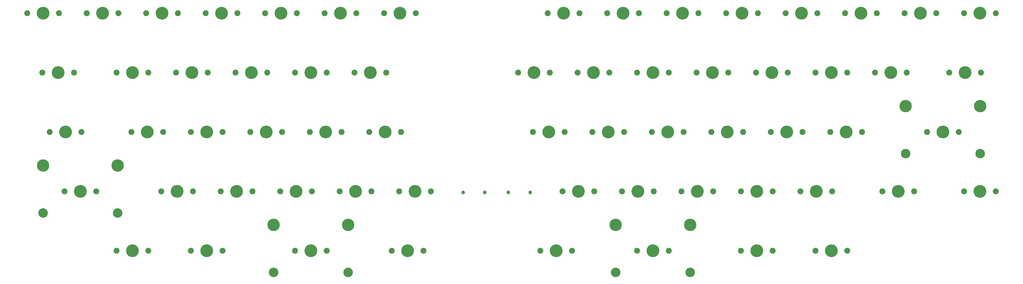
<source format=gbr>
%TF.GenerationSoftware,KiCad,Pcbnew,(5.1.9)-1*%
%TF.CreationDate,2021-02-13T03:00:00+09:00*%
%TF.ProjectId,yuiop63hhs,7975696f-7036-4336-9868-732e6b696361,1*%
%TF.SameCoordinates,Original*%
%TF.FileFunction,Soldermask,Top*%
%TF.FilePolarity,Negative*%
%FSLAX46Y46*%
G04 Gerber Fmt 4.6, Leading zero omitted, Abs format (unit mm)*
G04 Created by KiCad (PCBNEW (5.1.9)-1) date 2021-02-13 03:00:00*
%MOMM*%
%LPD*%
G01*
G04 APERTURE LIST*
%ADD10C,1.200000*%
%ADD11C,3.048000*%
%ADD12C,3.987800*%
%ADD13C,4.100000*%
%ADD14C,1.900000*%
G04 APERTURE END LIST*
D10*
%TO.C,J2*%
X215500000Y-167000000D03*
X208500000Y-167000000D03*
%TD*%
D11*
%TO.C,STB4*%
X359595000Y-154610000D03*
D12*
X359595000Y-139370000D03*
X335719000Y-139370000D03*
D11*
X335719000Y-154610000D03*
%TD*%
%TO.C,STB3*%
X266726000Y-192710000D03*
D12*
X266726000Y-177470000D03*
X242850000Y-177470000D03*
D11*
X242850000Y-192710000D03*
%TD*%
%TO.C,STB1*%
X83369600Y-173660000D03*
D12*
X83369600Y-158420000D03*
X59493600Y-158420000D03*
D11*
X59493600Y-173660000D03*
%TD*%
%TO.C,STB2*%
X133312000Y-192710000D03*
D12*
X133312000Y-177470000D03*
X157188000Y-177470000D03*
D11*
X157188000Y-192710000D03*
%TD*%
D13*
%TO.C,SW63*%
X311938000Y-185725000D03*
D14*
X306858000Y-185725000D03*
X317018000Y-185725000D03*
%TD*%
D13*
%TO.C,SW62*%
X288125000Y-185725000D03*
D14*
X283045000Y-185725000D03*
X293205000Y-185725000D03*
%TD*%
D13*
%TO.C,SW61*%
X254788000Y-185725000D03*
D14*
X249708000Y-185725000D03*
X259868000Y-185725000D03*
%TD*%
D13*
%TO.C,SW60*%
X223831000Y-185725000D03*
D14*
X218751000Y-185725000D03*
X228911000Y-185725000D03*
%TD*%
D13*
%TO.C,SW59*%
X176206000Y-185725000D03*
D14*
X171126000Y-185725000D03*
X181286000Y-185725000D03*
%TD*%
D13*
%TO.C,SW58*%
X145250000Y-185725000D03*
D14*
X140170000Y-185725000D03*
X150330000Y-185725000D03*
%TD*%
D13*
%TO.C,SW57*%
X111912000Y-185725000D03*
D14*
X106832000Y-185725000D03*
X116992000Y-185725000D03*
%TD*%
D13*
%TO.C,SW56*%
X88100000Y-185725000D03*
D14*
X83020000Y-185725000D03*
X93180000Y-185725000D03*
%TD*%
D13*
%TO.C,SW55*%
X359562000Y-166675000D03*
D14*
X354482000Y-166675000D03*
X364642000Y-166675000D03*
%TD*%
D13*
%TO.C,SW54*%
X333369000Y-166675000D03*
D14*
X328289000Y-166675000D03*
X338449000Y-166675000D03*
%TD*%
D13*
%TO.C,SW53*%
X307175000Y-166675000D03*
D14*
X302095000Y-166675000D03*
X312255000Y-166675000D03*
%TD*%
D13*
%TO.C,SW52*%
X288125000Y-166675000D03*
D14*
X283045000Y-166675000D03*
X293205000Y-166675000D03*
%TD*%
D13*
%TO.C,SW51*%
X269075000Y-166675000D03*
D14*
X263995000Y-166675000D03*
X274155000Y-166675000D03*
%TD*%
D13*
%TO.C,SW50*%
X250025000Y-166675000D03*
D14*
X244945000Y-166675000D03*
X255105000Y-166675000D03*
%TD*%
D13*
%TO.C,SW49*%
X230975000Y-166675000D03*
D14*
X225895000Y-166675000D03*
X236055000Y-166675000D03*
%TD*%
D13*
%TO.C,SW48*%
X178588000Y-166675000D03*
D14*
X173508000Y-166675000D03*
X183668000Y-166675000D03*
%TD*%
D13*
%TO.C,SW47*%
X159538000Y-166675000D03*
D14*
X154458000Y-166675000D03*
X164618000Y-166675000D03*
%TD*%
D13*
%TO.C,SW46*%
X140488000Y-166675000D03*
D14*
X135408000Y-166675000D03*
X145568000Y-166675000D03*
%TD*%
D13*
%TO.C,SW45*%
X121438000Y-166675000D03*
D14*
X116358000Y-166675000D03*
X126518000Y-166675000D03*
%TD*%
D13*
%TO.C,SW44*%
X102388000Y-166675000D03*
D14*
X97308000Y-166675000D03*
X107468000Y-166675000D03*
%TD*%
D13*
%TO.C,SW43*%
X71431200Y-166675000D03*
D14*
X66351200Y-166675000D03*
X76511200Y-166675000D03*
%TD*%
D13*
%TO.C,SW42*%
X347656000Y-147625000D03*
D14*
X342576000Y-147625000D03*
X352736000Y-147625000D03*
%TD*%
D13*
%TO.C,SW41*%
X316700000Y-147625000D03*
D14*
X311620000Y-147625000D03*
X321780000Y-147625000D03*
%TD*%
D13*
%TO.C,SW40*%
X297650000Y-147625000D03*
D14*
X292570000Y-147625000D03*
X302730000Y-147625000D03*
%TD*%
D13*
%TO.C,SW39*%
X278600000Y-147625000D03*
D14*
X273520000Y-147625000D03*
X283680000Y-147625000D03*
%TD*%
D13*
%TO.C,SW38*%
X259550000Y-147625000D03*
D14*
X254470000Y-147625000D03*
X264630000Y-147625000D03*
%TD*%
D13*
%TO.C,SW37*%
X240500000Y-147625000D03*
D14*
X235420000Y-147625000D03*
X245580000Y-147625000D03*
%TD*%
D13*
%TO.C,SW36*%
X221450000Y-147625000D03*
D14*
X216370000Y-147625000D03*
X226530000Y-147625000D03*
%TD*%
D13*
%TO.C,SW35*%
X169062000Y-147625000D03*
D14*
X163982000Y-147625000D03*
X174142000Y-147625000D03*
%TD*%
D13*
%TO.C,SW34*%
X150012000Y-147625000D03*
D14*
X144932000Y-147625000D03*
X155092000Y-147625000D03*
%TD*%
D13*
%TO.C,SW33*%
X130962000Y-147625000D03*
D14*
X125882000Y-147625000D03*
X136042000Y-147625000D03*
%TD*%
D13*
%TO.C,SW32*%
X111912000Y-147625000D03*
D14*
X106832000Y-147625000D03*
X116992000Y-147625000D03*
%TD*%
D13*
%TO.C,SW31*%
X92862500Y-147625000D03*
D14*
X87782500Y-147625000D03*
X97942500Y-147625000D03*
%TD*%
D13*
%TO.C,SW30*%
X66668800Y-147625000D03*
D14*
X61588800Y-147625000D03*
X71748800Y-147625000D03*
%TD*%
D13*
%TO.C,SW29*%
X354800000Y-128575000D03*
D14*
X349720000Y-128575000D03*
X359880000Y-128575000D03*
%TD*%
D13*
%TO.C,SW28*%
X330988000Y-128575000D03*
D14*
X325908000Y-128575000D03*
X336068000Y-128575000D03*
%TD*%
D13*
%TO.C,SW27*%
X311938000Y-128575000D03*
D14*
X306858000Y-128575000D03*
X317018000Y-128575000D03*
%TD*%
D13*
%TO.C,SW26*%
X292888000Y-128575000D03*
D14*
X287808000Y-128575000D03*
X297968000Y-128575000D03*
%TD*%
D13*
%TO.C,SW25*%
X273838000Y-128575000D03*
D14*
X268758000Y-128575000D03*
X278918000Y-128575000D03*
%TD*%
D13*
%TO.C,SW24*%
X254788000Y-128575000D03*
D14*
X249708000Y-128575000D03*
X259868000Y-128575000D03*
%TD*%
D13*
%TO.C,SW23*%
X235738000Y-128575000D03*
D14*
X230658000Y-128575000D03*
X240818000Y-128575000D03*
%TD*%
D13*
%TO.C,SW22*%
X216688000Y-128575000D03*
D14*
X211608000Y-128575000D03*
X221768000Y-128575000D03*
%TD*%
D13*
%TO.C,SW21*%
X164300000Y-128575000D03*
D14*
X159220000Y-128575000D03*
X169380000Y-128575000D03*
%TD*%
D13*
%TO.C,SW20*%
X145250000Y-128575000D03*
D14*
X140170000Y-128575000D03*
X150330000Y-128575000D03*
%TD*%
D13*
%TO.C,SW19*%
X126200000Y-128575000D03*
D14*
X121120000Y-128575000D03*
X131280000Y-128575000D03*
%TD*%
D13*
%TO.C,SW18*%
X107150000Y-128575000D03*
D14*
X102070000Y-128575000D03*
X112230000Y-128575000D03*
%TD*%
D13*
%TO.C,SW17*%
X88100000Y-128575000D03*
D14*
X83020000Y-128575000D03*
X93180000Y-128575000D03*
%TD*%
D13*
%TO.C,SW16*%
X64287500Y-128575000D03*
D14*
X59207500Y-128575000D03*
X69367500Y-128575000D03*
%TD*%
D13*
%TO.C,SW15*%
X359562000Y-109525000D03*
D14*
X354482000Y-109525000D03*
X364642000Y-109525000D03*
%TD*%
D13*
%TO.C,SW14*%
X340512000Y-109525000D03*
D14*
X335432000Y-109525000D03*
X345592000Y-109525000D03*
%TD*%
D13*
%TO.C,SW13*%
X321462000Y-109525000D03*
D14*
X316382000Y-109525000D03*
X326542000Y-109525000D03*
%TD*%
D13*
%TO.C,SW12*%
X302412000Y-109525000D03*
D14*
X297332000Y-109525000D03*
X307492000Y-109525000D03*
%TD*%
D13*
%TO.C,SW11*%
X283362000Y-109525000D03*
D14*
X278282000Y-109525000D03*
X288442000Y-109525000D03*
%TD*%
D13*
%TO.C,SW10*%
X264312000Y-109525000D03*
D14*
X259232000Y-109525000D03*
X269392000Y-109525000D03*
%TD*%
D13*
%TO.C,SW9*%
X245262000Y-109525000D03*
D14*
X240182000Y-109525000D03*
X250342000Y-109525000D03*
%TD*%
D13*
%TO.C,SW8*%
X226212000Y-109525000D03*
D14*
X221132000Y-109525000D03*
X231292000Y-109525000D03*
%TD*%
D13*
%TO.C,SW7*%
X173825000Y-109525000D03*
D14*
X168745000Y-109525000D03*
X178905000Y-109525000D03*
%TD*%
D13*
%TO.C,SW6*%
X154775000Y-109525000D03*
D14*
X149695000Y-109525000D03*
X159855000Y-109525000D03*
%TD*%
D13*
%TO.C,SW5*%
X135725000Y-109525000D03*
D14*
X130645000Y-109525000D03*
X140805000Y-109525000D03*
%TD*%
D13*
%TO.C,SW4*%
X116675000Y-109525000D03*
D14*
X111595000Y-109525000D03*
X121755000Y-109525000D03*
%TD*%
D13*
%TO.C,SW3*%
X97625000Y-109525000D03*
D14*
X92545000Y-109525000D03*
X102705000Y-109525000D03*
%TD*%
D13*
%TO.C,SW2*%
X78575000Y-109525000D03*
D14*
X73495000Y-109525000D03*
X83655000Y-109525000D03*
%TD*%
D13*
%TO.C,SW1*%
X59525000Y-109525000D03*
D14*
X54445000Y-109525000D03*
X64605000Y-109525000D03*
%TD*%
D10*
%TO.C,J1*%
X201000000Y-167000000D03*
X194000000Y-167000000D03*
%TD*%
M02*

</source>
